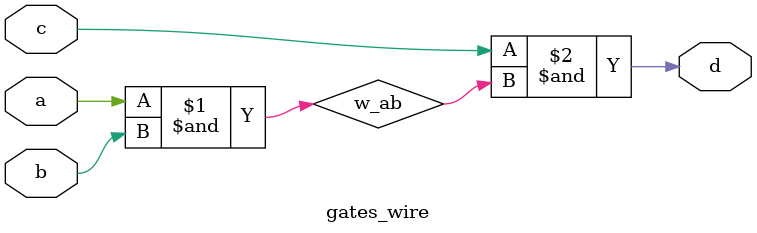
<source format=v>
`timescale 1ns / 1ps

module gates_wire(
    input a,
    input b,
    input c,
    output wire d
    );

    wire w_ab;

    assign w_ab = a & b;
    assign d = c & w_ab;

endmodule


</source>
